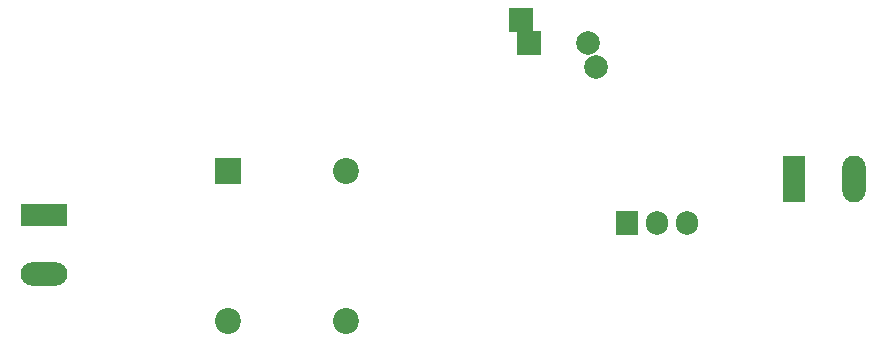
<source format=gbr>
%TF.GenerationSoftware,KiCad,Pcbnew,8.0.8*%
%TF.CreationDate,2025-02-20T20:42:50+05:30*%
%TF.ProjectId,AC to DC,41432074-6f20-4444-932e-6b696361645f,rev?*%
%TF.SameCoordinates,Original*%
%TF.FileFunction,Soldermask,Bot*%
%TF.FilePolarity,Negative*%
%FSLAX46Y46*%
G04 Gerber Fmt 4.6, Leading zero omitted, Abs format (unit mm)*
G04 Created by KiCad (PCBNEW 8.0.8) date 2025-02-20 20:42:50*
%MOMM*%
%LPD*%
G01*
G04 APERTURE LIST*
%ADD10R,1.980000X3.960000*%
%ADD11O,1.980000X3.960000*%
%ADD12R,2.000000X2.000000*%
%ADD13C,2.000000*%
%ADD14R,2.200000X2.200000*%
%ADD15C,2.200000*%
%ADD16R,3.960000X1.980000*%
%ADD17O,3.960000X1.980000*%
%ADD18R,1.905000X2.000000*%
%ADD19O,1.905000X2.000000*%
G04 APERTURE END LIST*
D10*
%TO.C,J2*%
X185500000Y-60500000D03*
D11*
X190500000Y-60500000D03*
%TD*%
D12*
%TO.C,C1*%
X162327856Y-47000000D03*
X163000000Y-49000000D03*
D13*
X168000000Y-49000000D03*
X168672144Y-51000000D03*
%TD*%
D14*
%TO.C,T1*%
X137500000Y-59800000D03*
D15*
X137500000Y-72500000D03*
X147500000Y-72500000D03*
X147500000Y-59800000D03*
%TD*%
D16*
%TO.C,J1*%
X122000000Y-63500000D03*
D17*
X122000000Y-68500000D03*
%TD*%
D18*
%TO.C,U1*%
X171322500Y-64245000D03*
D19*
X173862500Y-64245000D03*
X176402500Y-64245000D03*
%TD*%
M02*

</source>
